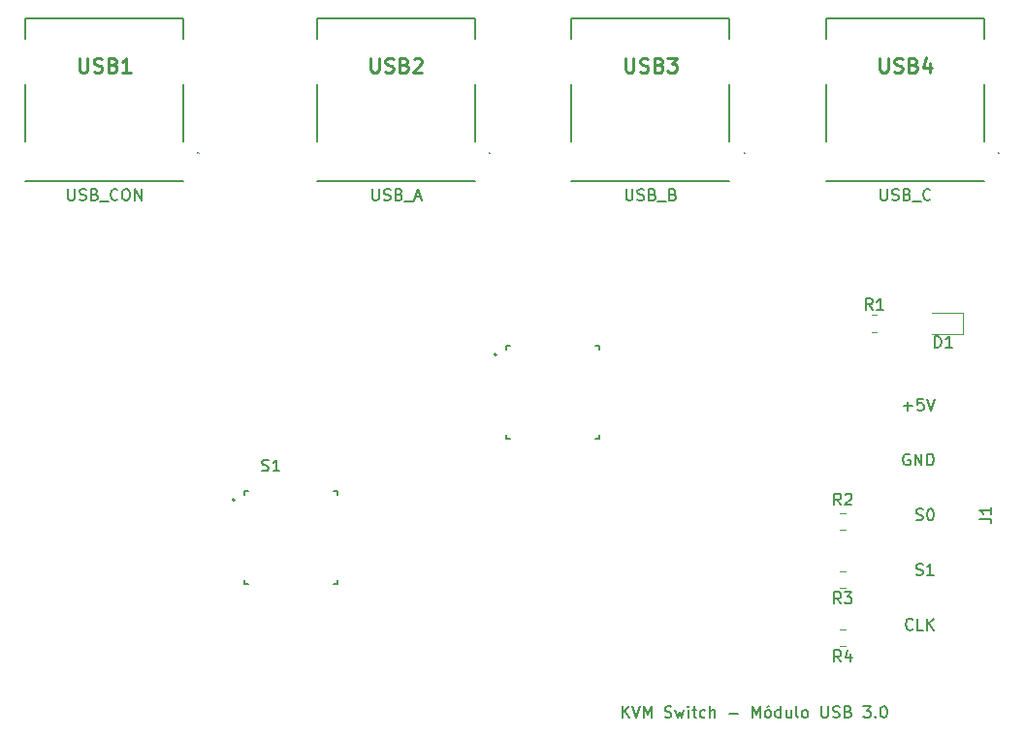
<source format=gbr>
%TF.GenerationSoftware,KiCad,Pcbnew,7.0.2*%
%TF.CreationDate,2023-08-08T23:25:05-03:00*%
%TF.ProjectId,USB Switch,55534220-5377-4697-9463-682e6b696361,rev?*%
%TF.SameCoordinates,Original*%
%TF.FileFunction,Legend,Top*%
%TF.FilePolarity,Positive*%
%FSLAX46Y46*%
G04 Gerber Fmt 4.6, Leading zero omitted, Abs format (unit mm)*
G04 Created by KiCad (PCBNEW 7.0.2) date 2023-08-08 23:25:05*
%MOMM*%
%LPD*%
G01*
G04 APERTURE LIST*
%ADD10C,0.150000*%
%ADD11C,0.254000*%
%ADD12C,0.100000*%
%ADD13C,0.200000*%
%ADD14C,0.120000*%
%ADD15C,0.127000*%
G04 APERTURE END LIST*
D10*
X108095237Y-131462619D02*
X108095237Y-130462619D01*
X108666665Y-131462619D02*
X108238094Y-130891190D01*
X108666665Y-130462619D02*
X108095237Y-131034047D01*
X108952380Y-130462619D02*
X109285713Y-131462619D01*
X109285713Y-131462619D02*
X109619046Y-130462619D01*
X109952380Y-131462619D02*
X109952380Y-130462619D01*
X109952380Y-130462619D02*
X110285713Y-131176904D01*
X110285713Y-131176904D02*
X110619046Y-130462619D01*
X110619046Y-130462619D02*
X110619046Y-131462619D01*
X111809523Y-131415000D02*
X111952380Y-131462619D01*
X111952380Y-131462619D02*
X112190475Y-131462619D01*
X112190475Y-131462619D02*
X112285713Y-131415000D01*
X112285713Y-131415000D02*
X112333332Y-131367380D01*
X112333332Y-131367380D02*
X112380951Y-131272142D01*
X112380951Y-131272142D02*
X112380951Y-131176904D01*
X112380951Y-131176904D02*
X112333332Y-131081666D01*
X112333332Y-131081666D02*
X112285713Y-131034047D01*
X112285713Y-131034047D02*
X112190475Y-130986428D01*
X112190475Y-130986428D02*
X111999999Y-130938809D01*
X111999999Y-130938809D02*
X111904761Y-130891190D01*
X111904761Y-130891190D02*
X111857142Y-130843571D01*
X111857142Y-130843571D02*
X111809523Y-130748333D01*
X111809523Y-130748333D02*
X111809523Y-130653095D01*
X111809523Y-130653095D02*
X111857142Y-130557857D01*
X111857142Y-130557857D02*
X111904761Y-130510238D01*
X111904761Y-130510238D02*
X111999999Y-130462619D01*
X111999999Y-130462619D02*
X112238094Y-130462619D01*
X112238094Y-130462619D02*
X112380951Y-130510238D01*
X112714285Y-130795952D02*
X112904761Y-131462619D01*
X112904761Y-131462619D02*
X113095237Y-130986428D01*
X113095237Y-130986428D02*
X113285713Y-131462619D01*
X113285713Y-131462619D02*
X113476189Y-130795952D01*
X113857142Y-131462619D02*
X113857142Y-130795952D01*
X113857142Y-130462619D02*
X113809523Y-130510238D01*
X113809523Y-130510238D02*
X113857142Y-130557857D01*
X113857142Y-130557857D02*
X113904761Y-130510238D01*
X113904761Y-130510238D02*
X113857142Y-130462619D01*
X113857142Y-130462619D02*
X113857142Y-130557857D01*
X114190475Y-130795952D02*
X114571427Y-130795952D01*
X114333332Y-130462619D02*
X114333332Y-131319761D01*
X114333332Y-131319761D02*
X114380951Y-131415000D01*
X114380951Y-131415000D02*
X114476189Y-131462619D01*
X114476189Y-131462619D02*
X114571427Y-131462619D01*
X115333332Y-131415000D02*
X115238094Y-131462619D01*
X115238094Y-131462619D02*
X115047618Y-131462619D01*
X115047618Y-131462619D02*
X114952380Y-131415000D01*
X114952380Y-131415000D02*
X114904761Y-131367380D01*
X114904761Y-131367380D02*
X114857142Y-131272142D01*
X114857142Y-131272142D02*
X114857142Y-130986428D01*
X114857142Y-130986428D02*
X114904761Y-130891190D01*
X114904761Y-130891190D02*
X114952380Y-130843571D01*
X114952380Y-130843571D02*
X115047618Y-130795952D01*
X115047618Y-130795952D02*
X115238094Y-130795952D01*
X115238094Y-130795952D02*
X115333332Y-130843571D01*
X115761904Y-131462619D02*
X115761904Y-130462619D01*
X116190475Y-131462619D02*
X116190475Y-130938809D01*
X116190475Y-130938809D02*
X116142856Y-130843571D01*
X116142856Y-130843571D02*
X116047618Y-130795952D01*
X116047618Y-130795952D02*
X115904761Y-130795952D01*
X115904761Y-130795952D02*
X115809523Y-130843571D01*
X115809523Y-130843571D02*
X115761904Y-130891190D01*
X117428571Y-131081666D02*
X118190476Y-131081666D01*
X119428571Y-131462619D02*
X119428571Y-130462619D01*
X119428571Y-130462619D02*
X119761904Y-131176904D01*
X119761904Y-131176904D02*
X120095237Y-130462619D01*
X120095237Y-130462619D02*
X120095237Y-131462619D01*
X120714285Y-131462619D02*
X120619047Y-131415000D01*
X120619047Y-131415000D02*
X120571428Y-131367380D01*
X120571428Y-131367380D02*
X120523809Y-131272142D01*
X120523809Y-131272142D02*
X120523809Y-130986428D01*
X120523809Y-130986428D02*
X120571428Y-130891190D01*
X120571428Y-130891190D02*
X120619047Y-130843571D01*
X120619047Y-130843571D02*
X120714285Y-130795952D01*
X120714285Y-130795952D02*
X120857142Y-130795952D01*
X120857142Y-130795952D02*
X120952380Y-130843571D01*
X120952380Y-130843571D02*
X120999999Y-130891190D01*
X120999999Y-130891190D02*
X121047618Y-130986428D01*
X121047618Y-130986428D02*
X121047618Y-131272142D01*
X121047618Y-131272142D02*
X120999999Y-131367380D01*
X120999999Y-131367380D02*
X120952380Y-131415000D01*
X120952380Y-131415000D02*
X120857142Y-131462619D01*
X120857142Y-131462619D02*
X120714285Y-131462619D01*
X120904761Y-130415000D02*
X120761904Y-130557857D01*
X121904761Y-131462619D02*
X121904761Y-130462619D01*
X121904761Y-131415000D02*
X121809523Y-131462619D01*
X121809523Y-131462619D02*
X121619047Y-131462619D01*
X121619047Y-131462619D02*
X121523809Y-131415000D01*
X121523809Y-131415000D02*
X121476190Y-131367380D01*
X121476190Y-131367380D02*
X121428571Y-131272142D01*
X121428571Y-131272142D02*
X121428571Y-130986428D01*
X121428571Y-130986428D02*
X121476190Y-130891190D01*
X121476190Y-130891190D02*
X121523809Y-130843571D01*
X121523809Y-130843571D02*
X121619047Y-130795952D01*
X121619047Y-130795952D02*
X121809523Y-130795952D01*
X121809523Y-130795952D02*
X121904761Y-130843571D01*
X122809523Y-130795952D02*
X122809523Y-131462619D01*
X122380952Y-130795952D02*
X122380952Y-131319761D01*
X122380952Y-131319761D02*
X122428571Y-131415000D01*
X122428571Y-131415000D02*
X122523809Y-131462619D01*
X122523809Y-131462619D02*
X122666666Y-131462619D01*
X122666666Y-131462619D02*
X122761904Y-131415000D01*
X122761904Y-131415000D02*
X122809523Y-131367380D01*
X123428571Y-131462619D02*
X123333333Y-131415000D01*
X123333333Y-131415000D02*
X123285714Y-131319761D01*
X123285714Y-131319761D02*
X123285714Y-130462619D01*
X123952381Y-131462619D02*
X123857143Y-131415000D01*
X123857143Y-131415000D02*
X123809524Y-131367380D01*
X123809524Y-131367380D02*
X123761905Y-131272142D01*
X123761905Y-131272142D02*
X123761905Y-130986428D01*
X123761905Y-130986428D02*
X123809524Y-130891190D01*
X123809524Y-130891190D02*
X123857143Y-130843571D01*
X123857143Y-130843571D02*
X123952381Y-130795952D01*
X123952381Y-130795952D02*
X124095238Y-130795952D01*
X124095238Y-130795952D02*
X124190476Y-130843571D01*
X124190476Y-130843571D02*
X124238095Y-130891190D01*
X124238095Y-130891190D02*
X124285714Y-130986428D01*
X124285714Y-130986428D02*
X124285714Y-131272142D01*
X124285714Y-131272142D02*
X124238095Y-131367380D01*
X124238095Y-131367380D02*
X124190476Y-131415000D01*
X124190476Y-131415000D02*
X124095238Y-131462619D01*
X124095238Y-131462619D02*
X123952381Y-131462619D01*
X125476191Y-130462619D02*
X125476191Y-131272142D01*
X125476191Y-131272142D02*
X125523810Y-131367380D01*
X125523810Y-131367380D02*
X125571429Y-131415000D01*
X125571429Y-131415000D02*
X125666667Y-131462619D01*
X125666667Y-131462619D02*
X125857143Y-131462619D01*
X125857143Y-131462619D02*
X125952381Y-131415000D01*
X125952381Y-131415000D02*
X126000000Y-131367380D01*
X126000000Y-131367380D02*
X126047619Y-131272142D01*
X126047619Y-131272142D02*
X126047619Y-130462619D01*
X126476191Y-131415000D02*
X126619048Y-131462619D01*
X126619048Y-131462619D02*
X126857143Y-131462619D01*
X126857143Y-131462619D02*
X126952381Y-131415000D01*
X126952381Y-131415000D02*
X127000000Y-131367380D01*
X127000000Y-131367380D02*
X127047619Y-131272142D01*
X127047619Y-131272142D02*
X127047619Y-131176904D01*
X127047619Y-131176904D02*
X127000000Y-131081666D01*
X127000000Y-131081666D02*
X126952381Y-131034047D01*
X126952381Y-131034047D02*
X126857143Y-130986428D01*
X126857143Y-130986428D02*
X126666667Y-130938809D01*
X126666667Y-130938809D02*
X126571429Y-130891190D01*
X126571429Y-130891190D02*
X126523810Y-130843571D01*
X126523810Y-130843571D02*
X126476191Y-130748333D01*
X126476191Y-130748333D02*
X126476191Y-130653095D01*
X126476191Y-130653095D02*
X126523810Y-130557857D01*
X126523810Y-130557857D02*
X126571429Y-130510238D01*
X126571429Y-130510238D02*
X126666667Y-130462619D01*
X126666667Y-130462619D02*
X126904762Y-130462619D01*
X126904762Y-130462619D02*
X127047619Y-130510238D01*
X127809524Y-130938809D02*
X127952381Y-130986428D01*
X127952381Y-130986428D02*
X128000000Y-131034047D01*
X128000000Y-131034047D02*
X128047619Y-131129285D01*
X128047619Y-131129285D02*
X128047619Y-131272142D01*
X128047619Y-131272142D02*
X128000000Y-131367380D01*
X128000000Y-131367380D02*
X127952381Y-131415000D01*
X127952381Y-131415000D02*
X127857143Y-131462619D01*
X127857143Y-131462619D02*
X127476191Y-131462619D01*
X127476191Y-131462619D02*
X127476191Y-130462619D01*
X127476191Y-130462619D02*
X127809524Y-130462619D01*
X127809524Y-130462619D02*
X127904762Y-130510238D01*
X127904762Y-130510238D02*
X127952381Y-130557857D01*
X127952381Y-130557857D02*
X128000000Y-130653095D01*
X128000000Y-130653095D02*
X128000000Y-130748333D01*
X128000000Y-130748333D02*
X127952381Y-130843571D01*
X127952381Y-130843571D02*
X127904762Y-130891190D01*
X127904762Y-130891190D02*
X127809524Y-130938809D01*
X127809524Y-130938809D02*
X127476191Y-130938809D01*
X129142858Y-130462619D02*
X129761905Y-130462619D01*
X129761905Y-130462619D02*
X129428572Y-130843571D01*
X129428572Y-130843571D02*
X129571429Y-130843571D01*
X129571429Y-130843571D02*
X129666667Y-130891190D01*
X129666667Y-130891190D02*
X129714286Y-130938809D01*
X129714286Y-130938809D02*
X129761905Y-131034047D01*
X129761905Y-131034047D02*
X129761905Y-131272142D01*
X129761905Y-131272142D02*
X129714286Y-131367380D01*
X129714286Y-131367380D02*
X129666667Y-131415000D01*
X129666667Y-131415000D02*
X129571429Y-131462619D01*
X129571429Y-131462619D02*
X129285715Y-131462619D01*
X129285715Y-131462619D02*
X129190477Y-131415000D01*
X129190477Y-131415000D02*
X129142858Y-131367380D01*
X130190477Y-131367380D02*
X130238096Y-131415000D01*
X130238096Y-131415000D02*
X130190477Y-131462619D01*
X130190477Y-131462619D02*
X130142858Y-131415000D01*
X130142858Y-131415000D02*
X130190477Y-131367380D01*
X130190477Y-131367380D02*
X130190477Y-131462619D01*
X130857143Y-130462619D02*
X130952381Y-130462619D01*
X130952381Y-130462619D02*
X131047619Y-130510238D01*
X131047619Y-130510238D02*
X131095238Y-130557857D01*
X131095238Y-130557857D02*
X131142857Y-130653095D01*
X131142857Y-130653095D02*
X131190476Y-130843571D01*
X131190476Y-130843571D02*
X131190476Y-131081666D01*
X131190476Y-131081666D02*
X131142857Y-131272142D01*
X131142857Y-131272142D02*
X131095238Y-131367380D01*
X131095238Y-131367380D02*
X131047619Y-131415000D01*
X131047619Y-131415000D02*
X130952381Y-131462619D01*
X130952381Y-131462619D02*
X130857143Y-131462619D01*
X130857143Y-131462619D02*
X130761905Y-131415000D01*
X130761905Y-131415000D02*
X130714286Y-131367380D01*
X130714286Y-131367380D02*
X130666667Y-131272142D01*
X130666667Y-131272142D02*
X130619048Y-131081666D01*
X130619048Y-131081666D02*
X130619048Y-130843571D01*
X130619048Y-130843571D02*
X130666667Y-130653095D01*
X130666667Y-130653095D02*
X130714286Y-130557857D01*
X130714286Y-130557857D02*
X130761905Y-130510238D01*
X130761905Y-130510238D02*
X130857143Y-130462619D01*
X133460118Y-123707380D02*
X133412499Y-123755000D01*
X133412499Y-123755000D02*
X133269642Y-123802619D01*
X133269642Y-123802619D02*
X133174404Y-123802619D01*
X133174404Y-123802619D02*
X133031547Y-123755000D01*
X133031547Y-123755000D02*
X132936309Y-123659761D01*
X132936309Y-123659761D02*
X132888690Y-123564523D01*
X132888690Y-123564523D02*
X132841071Y-123374047D01*
X132841071Y-123374047D02*
X132841071Y-123231190D01*
X132841071Y-123231190D02*
X132888690Y-123040714D01*
X132888690Y-123040714D02*
X132936309Y-122945476D01*
X132936309Y-122945476D02*
X133031547Y-122850238D01*
X133031547Y-122850238D02*
X133174404Y-122802619D01*
X133174404Y-122802619D02*
X133269642Y-122802619D01*
X133269642Y-122802619D02*
X133412499Y-122850238D01*
X133412499Y-122850238D02*
X133460118Y-122897857D01*
X134364880Y-123802619D02*
X133888690Y-123802619D01*
X133888690Y-123802619D02*
X133888690Y-122802619D01*
X134698214Y-123802619D02*
X134698214Y-122802619D01*
X135269642Y-123802619D02*
X134841071Y-123231190D01*
X135269642Y-122802619D02*
X134698214Y-123374047D01*
X133174404Y-108450238D02*
X133079166Y-108402619D01*
X133079166Y-108402619D02*
X132936309Y-108402619D01*
X132936309Y-108402619D02*
X132793452Y-108450238D01*
X132793452Y-108450238D02*
X132698214Y-108545476D01*
X132698214Y-108545476D02*
X132650595Y-108640714D01*
X132650595Y-108640714D02*
X132602976Y-108831190D01*
X132602976Y-108831190D02*
X132602976Y-108974047D01*
X132602976Y-108974047D02*
X132650595Y-109164523D01*
X132650595Y-109164523D02*
X132698214Y-109259761D01*
X132698214Y-109259761D02*
X132793452Y-109355000D01*
X132793452Y-109355000D02*
X132936309Y-109402619D01*
X132936309Y-109402619D02*
X133031547Y-109402619D01*
X133031547Y-109402619D02*
X133174404Y-109355000D01*
X133174404Y-109355000D02*
X133222023Y-109307380D01*
X133222023Y-109307380D02*
X133222023Y-108974047D01*
X133222023Y-108974047D02*
X133031547Y-108974047D01*
X133650595Y-109402619D02*
X133650595Y-108402619D01*
X133650595Y-108402619D02*
X134222023Y-109402619D01*
X134222023Y-109402619D02*
X134222023Y-108402619D01*
X134698214Y-109402619D02*
X134698214Y-108402619D01*
X134698214Y-108402619D02*
X134936309Y-108402619D01*
X134936309Y-108402619D02*
X135079166Y-108450238D01*
X135079166Y-108450238D02*
X135174404Y-108545476D01*
X135174404Y-108545476D02*
X135222023Y-108640714D01*
X135222023Y-108640714D02*
X135269642Y-108831190D01*
X135269642Y-108831190D02*
X135269642Y-108974047D01*
X135269642Y-108974047D02*
X135222023Y-109164523D01*
X135222023Y-109164523D02*
X135174404Y-109259761D01*
X135174404Y-109259761D02*
X135079166Y-109355000D01*
X135079166Y-109355000D02*
X134936309Y-109402619D01*
X134936309Y-109402619D02*
X134698214Y-109402619D01*
X133745833Y-114155000D02*
X133888690Y-114202619D01*
X133888690Y-114202619D02*
X134126785Y-114202619D01*
X134126785Y-114202619D02*
X134222023Y-114155000D01*
X134222023Y-114155000D02*
X134269642Y-114107380D01*
X134269642Y-114107380D02*
X134317261Y-114012142D01*
X134317261Y-114012142D02*
X134317261Y-113916904D01*
X134317261Y-113916904D02*
X134269642Y-113821666D01*
X134269642Y-113821666D02*
X134222023Y-113774047D01*
X134222023Y-113774047D02*
X134126785Y-113726428D01*
X134126785Y-113726428D02*
X133936309Y-113678809D01*
X133936309Y-113678809D02*
X133841071Y-113631190D01*
X133841071Y-113631190D02*
X133793452Y-113583571D01*
X133793452Y-113583571D02*
X133745833Y-113488333D01*
X133745833Y-113488333D02*
X133745833Y-113393095D01*
X133745833Y-113393095D02*
X133793452Y-113297857D01*
X133793452Y-113297857D02*
X133841071Y-113250238D01*
X133841071Y-113250238D02*
X133936309Y-113202619D01*
X133936309Y-113202619D02*
X134174404Y-113202619D01*
X134174404Y-113202619D02*
X134317261Y-113250238D01*
X134936309Y-113202619D02*
X135031547Y-113202619D01*
X135031547Y-113202619D02*
X135126785Y-113250238D01*
X135126785Y-113250238D02*
X135174404Y-113297857D01*
X135174404Y-113297857D02*
X135222023Y-113393095D01*
X135222023Y-113393095D02*
X135269642Y-113583571D01*
X135269642Y-113583571D02*
X135269642Y-113821666D01*
X135269642Y-113821666D02*
X135222023Y-114012142D01*
X135222023Y-114012142D02*
X135174404Y-114107380D01*
X135174404Y-114107380D02*
X135126785Y-114155000D01*
X135126785Y-114155000D02*
X135031547Y-114202619D01*
X135031547Y-114202619D02*
X134936309Y-114202619D01*
X134936309Y-114202619D02*
X134841071Y-114155000D01*
X134841071Y-114155000D02*
X134793452Y-114107380D01*
X134793452Y-114107380D02*
X134745833Y-114012142D01*
X134745833Y-114012142D02*
X134698214Y-113821666D01*
X134698214Y-113821666D02*
X134698214Y-113583571D01*
X134698214Y-113583571D02*
X134745833Y-113393095D01*
X134745833Y-113393095D02*
X134793452Y-113297857D01*
X134793452Y-113297857D02*
X134841071Y-113250238D01*
X134841071Y-113250238D02*
X134936309Y-113202619D01*
X59690611Y-85237619D02*
X59690611Y-86047142D01*
X59690611Y-86047142D02*
X59738230Y-86142380D01*
X59738230Y-86142380D02*
X59785849Y-86190000D01*
X59785849Y-86190000D02*
X59881087Y-86237619D01*
X59881087Y-86237619D02*
X60071563Y-86237619D01*
X60071563Y-86237619D02*
X60166801Y-86190000D01*
X60166801Y-86190000D02*
X60214420Y-86142380D01*
X60214420Y-86142380D02*
X60262039Y-86047142D01*
X60262039Y-86047142D02*
X60262039Y-85237619D01*
X60690611Y-86190000D02*
X60833468Y-86237619D01*
X60833468Y-86237619D02*
X61071563Y-86237619D01*
X61071563Y-86237619D02*
X61166801Y-86190000D01*
X61166801Y-86190000D02*
X61214420Y-86142380D01*
X61214420Y-86142380D02*
X61262039Y-86047142D01*
X61262039Y-86047142D02*
X61262039Y-85951904D01*
X61262039Y-85951904D02*
X61214420Y-85856666D01*
X61214420Y-85856666D02*
X61166801Y-85809047D01*
X61166801Y-85809047D02*
X61071563Y-85761428D01*
X61071563Y-85761428D02*
X60881087Y-85713809D01*
X60881087Y-85713809D02*
X60785849Y-85666190D01*
X60785849Y-85666190D02*
X60738230Y-85618571D01*
X60738230Y-85618571D02*
X60690611Y-85523333D01*
X60690611Y-85523333D02*
X60690611Y-85428095D01*
X60690611Y-85428095D02*
X60738230Y-85332857D01*
X60738230Y-85332857D02*
X60785849Y-85285238D01*
X60785849Y-85285238D02*
X60881087Y-85237619D01*
X60881087Y-85237619D02*
X61119182Y-85237619D01*
X61119182Y-85237619D02*
X61262039Y-85285238D01*
X62023944Y-85713809D02*
X62166801Y-85761428D01*
X62166801Y-85761428D02*
X62214420Y-85809047D01*
X62214420Y-85809047D02*
X62262039Y-85904285D01*
X62262039Y-85904285D02*
X62262039Y-86047142D01*
X62262039Y-86047142D02*
X62214420Y-86142380D01*
X62214420Y-86142380D02*
X62166801Y-86190000D01*
X62166801Y-86190000D02*
X62071563Y-86237619D01*
X62071563Y-86237619D02*
X61690611Y-86237619D01*
X61690611Y-86237619D02*
X61690611Y-85237619D01*
X61690611Y-85237619D02*
X62023944Y-85237619D01*
X62023944Y-85237619D02*
X62119182Y-85285238D01*
X62119182Y-85285238D02*
X62166801Y-85332857D01*
X62166801Y-85332857D02*
X62214420Y-85428095D01*
X62214420Y-85428095D02*
X62214420Y-85523333D01*
X62214420Y-85523333D02*
X62166801Y-85618571D01*
X62166801Y-85618571D02*
X62119182Y-85666190D01*
X62119182Y-85666190D02*
X62023944Y-85713809D01*
X62023944Y-85713809D02*
X61690611Y-85713809D01*
X62452516Y-86332857D02*
X63214420Y-86332857D01*
X64023944Y-86142380D02*
X63976325Y-86190000D01*
X63976325Y-86190000D02*
X63833468Y-86237619D01*
X63833468Y-86237619D02*
X63738230Y-86237619D01*
X63738230Y-86237619D02*
X63595373Y-86190000D01*
X63595373Y-86190000D02*
X63500135Y-86094761D01*
X63500135Y-86094761D02*
X63452516Y-85999523D01*
X63452516Y-85999523D02*
X63404897Y-85809047D01*
X63404897Y-85809047D02*
X63404897Y-85666190D01*
X63404897Y-85666190D02*
X63452516Y-85475714D01*
X63452516Y-85475714D02*
X63500135Y-85380476D01*
X63500135Y-85380476D02*
X63595373Y-85285238D01*
X63595373Y-85285238D02*
X63738230Y-85237619D01*
X63738230Y-85237619D02*
X63833468Y-85237619D01*
X63833468Y-85237619D02*
X63976325Y-85285238D01*
X63976325Y-85285238D02*
X64023944Y-85332857D01*
X64642992Y-85237619D02*
X64833468Y-85237619D01*
X64833468Y-85237619D02*
X64928706Y-85285238D01*
X64928706Y-85285238D02*
X65023944Y-85380476D01*
X65023944Y-85380476D02*
X65071563Y-85570952D01*
X65071563Y-85570952D02*
X65071563Y-85904285D01*
X65071563Y-85904285D02*
X65023944Y-86094761D01*
X65023944Y-86094761D02*
X64928706Y-86190000D01*
X64928706Y-86190000D02*
X64833468Y-86237619D01*
X64833468Y-86237619D02*
X64642992Y-86237619D01*
X64642992Y-86237619D02*
X64547754Y-86190000D01*
X64547754Y-86190000D02*
X64452516Y-86094761D01*
X64452516Y-86094761D02*
X64404897Y-85904285D01*
X64404897Y-85904285D02*
X64404897Y-85570952D01*
X64404897Y-85570952D02*
X64452516Y-85380476D01*
X64452516Y-85380476D02*
X64547754Y-85285238D01*
X64547754Y-85285238D02*
X64642992Y-85237619D01*
X65500135Y-86237619D02*
X65500135Y-85237619D01*
X65500135Y-85237619D02*
X66071563Y-86237619D01*
X66071563Y-86237619D02*
X66071563Y-85237619D01*
X133745833Y-118955000D02*
X133888690Y-119002619D01*
X133888690Y-119002619D02*
X134126785Y-119002619D01*
X134126785Y-119002619D02*
X134222023Y-118955000D01*
X134222023Y-118955000D02*
X134269642Y-118907380D01*
X134269642Y-118907380D02*
X134317261Y-118812142D01*
X134317261Y-118812142D02*
X134317261Y-118716904D01*
X134317261Y-118716904D02*
X134269642Y-118621666D01*
X134269642Y-118621666D02*
X134222023Y-118574047D01*
X134222023Y-118574047D02*
X134126785Y-118526428D01*
X134126785Y-118526428D02*
X133936309Y-118478809D01*
X133936309Y-118478809D02*
X133841071Y-118431190D01*
X133841071Y-118431190D02*
X133793452Y-118383571D01*
X133793452Y-118383571D02*
X133745833Y-118288333D01*
X133745833Y-118288333D02*
X133745833Y-118193095D01*
X133745833Y-118193095D02*
X133793452Y-118097857D01*
X133793452Y-118097857D02*
X133841071Y-118050238D01*
X133841071Y-118050238D02*
X133936309Y-118002619D01*
X133936309Y-118002619D02*
X134174404Y-118002619D01*
X134174404Y-118002619D02*
X134317261Y-118050238D01*
X135269642Y-119002619D02*
X134698214Y-119002619D01*
X134983928Y-119002619D02*
X134983928Y-118002619D01*
X134983928Y-118002619D02*
X134888690Y-118145476D01*
X134888690Y-118145476D02*
X134793452Y-118240714D01*
X134793452Y-118240714D02*
X134698214Y-118288333D01*
X108413230Y-85237619D02*
X108413230Y-86047142D01*
X108413230Y-86047142D02*
X108460849Y-86142380D01*
X108460849Y-86142380D02*
X108508468Y-86190000D01*
X108508468Y-86190000D02*
X108603706Y-86237619D01*
X108603706Y-86237619D02*
X108794182Y-86237619D01*
X108794182Y-86237619D02*
X108889420Y-86190000D01*
X108889420Y-86190000D02*
X108937039Y-86142380D01*
X108937039Y-86142380D02*
X108984658Y-86047142D01*
X108984658Y-86047142D02*
X108984658Y-85237619D01*
X109413230Y-86190000D02*
X109556087Y-86237619D01*
X109556087Y-86237619D02*
X109794182Y-86237619D01*
X109794182Y-86237619D02*
X109889420Y-86190000D01*
X109889420Y-86190000D02*
X109937039Y-86142380D01*
X109937039Y-86142380D02*
X109984658Y-86047142D01*
X109984658Y-86047142D02*
X109984658Y-85951904D01*
X109984658Y-85951904D02*
X109937039Y-85856666D01*
X109937039Y-85856666D02*
X109889420Y-85809047D01*
X109889420Y-85809047D02*
X109794182Y-85761428D01*
X109794182Y-85761428D02*
X109603706Y-85713809D01*
X109603706Y-85713809D02*
X109508468Y-85666190D01*
X109508468Y-85666190D02*
X109460849Y-85618571D01*
X109460849Y-85618571D02*
X109413230Y-85523333D01*
X109413230Y-85523333D02*
X109413230Y-85428095D01*
X109413230Y-85428095D02*
X109460849Y-85332857D01*
X109460849Y-85332857D02*
X109508468Y-85285238D01*
X109508468Y-85285238D02*
X109603706Y-85237619D01*
X109603706Y-85237619D02*
X109841801Y-85237619D01*
X109841801Y-85237619D02*
X109984658Y-85285238D01*
X110746563Y-85713809D02*
X110889420Y-85761428D01*
X110889420Y-85761428D02*
X110937039Y-85809047D01*
X110937039Y-85809047D02*
X110984658Y-85904285D01*
X110984658Y-85904285D02*
X110984658Y-86047142D01*
X110984658Y-86047142D02*
X110937039Y-86142380D01*
X110937039Y-86142380D02*
X110889420Y-86190000D01*
X110889420Y-86190000D02*
X110794182Y-86237619D01*
X110794182Y-86237619D02*
X110413230Y-86237619D01*
X110413230Y-86237619D02*
X110413230Y-85237619D01*
X110413230Y-85237619D02*
X110746563Y-85237619D01*
X110746563Y-85237619D02*
X110841801Y-85285238D01*
X110841801Y-85285238D02*
X110889420Y-85332857D01*
X110889420Y-85332857D02*
X110937039Y-85428095D01*
X110937039Y-85428095D02*
X110937039Y-85523333D01*
X110937039Y-85523333D02*
X110889420Y-85618571D01*
X110889420Y-85618571D02*
X110841801Y-85666190D01*
X110841801Y-85666190D02*
X110746563Y-85713809D01*
X110746563Y-85713809D02*
X110413230Y-85713809D01*
X111175135Y-86332857D02*
X111937039Y-86332857D01*
X112508468Y-85713809D02*
X112651325Y-85761428D01*
X112651325Y-85761428D02*
X112698944Y-85809047D01*
X112698944Y-85809047D02*
X112746563Y-85904285D01*
X112746563Y-85904285D02*
X112746563Y-86047142D01*
X112746563Y-86047142D02*
X112698944Y-86142380D01*
X112698944Y-86142380D02*
X112651325Y-86190000D01*
X112651325Y-86190000D02*
X112556087Y-86237619D01*
X112556087Y-86237619D02*
X112175135Y-86237619D01*
X112175135Y-86237619D02*
X112175135Y-85237619D01*
X112175135Y-85237619D02*
X112508468Y-85237619D01*
X112508468Y-85237619D02*
X112603706Y-85285238D01*
X112603706Y-85285238D02*
X112651325Y-85332857D01*
X112651325Y-85332857D02*
X112698944Y-85428095D01*
X112698944Y-85428095D02*
X112698944Y-85523333D01*
X112698944Y-85523333D02*
X112651325Y-85618571D01*
X112651325Y-85618571D02*
X112603706Y-85666190D01*
X112603706Y-85666190D02*
X112508468Y-85713809D01*
X112508468Y-85713809D02*
X112175135Y-85713809D01*
X130638230Y-85237619D02*
X130638230Y-86047142D01*
X130638230Y-86047142D02*
X130685849Y-86142380D01*
X130685849Y-86142380D02*
X130733468Y-86190000D01*
X130733468Y-86190000D02*
X130828706Y-86237619D01*
X130828706Y-86237619D02*
X131019182Y-86237619D01*
X131019182Y-86237619D02*
X131114420Y-86190000D01*
X131114420Y-86190000D02*
X131162039Y-86142380D01*
X131162039Y-86142380D02*
X131209658Y-86047142D01*
X131209658Y-86047142D02*
X131209658Y-85237619D01*
X131638230Y-86190000D02*
X131781087Y-86237619D01*
X131781087Y-86237619D02*
X132019182Y-86237619D01*
X132019182Y-86237619D02*
X132114420Y-86190000D01*
X132114420Y-86190000D02*
X132162039Y-86142380D01*
X132162039Y-86142380D02*
X132209658Y-86047142D01*
X132209658Y-86047142D02*
X132209658Y-85951904D01*
X132209658Y-85951904D02*
X132162039Y-85856666D01*
X132162039Y-85856666D02*
X132114420Y-85809047D01*
X132114420Y-85809047D02*
X132019182Y-85761428D01*
X132019182Y-85761428D02*
X131828706Y-85713809D01*
X131828706Y-85713809D02*
X131733468Y-85666190D01*
X131733468Y-85666190D02*
X131685849Y-85618571D01*
X131685849Y-85618571D02*
X131638230Y-85523333D01*
X131638230Y-85523333D02*
X131638230Y-85428095D01*
X131638230Y-85428095D02*
X131685849Y-85332857D01*
X131685849Y-85332857D02*
X131733468Y-85285238D01*
X131733468Y-85285238D02*
X131828706Y-85237619D01*
X131828706Y-85237619D02*
X132066801Y-85237619D01*
X132066801Y-85237619D02*
X132209658Y-85285238D01*
X132971563Y-85713809D02*
X133114420Y-85761428D01*
X133114420Y-85761428D02*
X133162039Y-85809047D01*
X133162039Y-85809047D02*
X133209658Y-85904285D01*
X133209658Y-85904285D02*
X133209658Y-86047142D01*
X133209658Y-86047142D02*
X133162039Y-86142380D01*
X133162039Y-86142380D02*
X133114420Y-86190000D01*
X133114420Y-86190000D02*
X133019182Y-86237619D01*
X133019182Y-86237619D02*
X132638230Y-86237619D01*
X132638230Y-86237619D02*
X132638230Y-85237619D01*
X132638230Y-85237619D02*
X132971563Y-85237619D01*
X132971563Y-85237619D02*
X133066801Y-85285238D01*
X133066801Y-85285238D02*
X133114420Y-85332857D01*
X133114420Y-85332857D02*
X133162039Y-85428095D01*
X133162039Y-85428095D02*
X133162039Y-85523333D01*
X133162039Y-85523333D02*
X133114420Y-85618571D01*
X133114420Y-85618571D02*
X133066801Y-85666190D01*
X133066801Y-85666190D02*
X132971563Y-85713809D01*
X132971563Y-85713809D02*
X132638230Y-85713809D01*
X133400135Y-86332857D02*
X134162039Y-86332857D01*
X134971563Y-86142380D02*
X134923944Y-86190000D01*
X134923944Y-86190000D02*
X134781087Y-86237619D01*
X134781087Y-86237619D02*
X134685849Y-86237619D01*
X134685849Y-86237619D02*
X134542992Y-86190000D01*
X134542992Y-86190000D02*
X134447754Y-86094761D01*
X134447754Y-86094761D02*
X134400135Y-85999523D01*
X134400135Y-85999523D02*
X134352516Y-85809047D01*
X134352516Y-85809047D02*
X134352516Y-85666190D01*
X134352516Y-85666190D02*
X134400135Y-85475714D01*
X134400135Y-85475714D02*
X134447754Y-85380476D01*
X134447754Y-85380476D02*
X134542992Y-85285238D01*
X134542992Y-85285238D02*
X134685849Y-85237619D01*
X134685849Y-85237619D02*
X134781087Y-85237619D01*
X134781087Y-85237619D02*
X134923944Y-85285238D01*
X134923944Y-85285238D02*
X134971563Y-85332857D01*
X86259658Y-85237619D02*
X86259658Y-86047142D01*
X86259658Y-86047142D02*
X86307277Y-86142380D01*
X86307277Y-86142380D02*
X86354896Y-86190000D01*
X86354896Y-86190000D02*
X86450134Y-86237619D01*
X86450134Y-86237619D02*
X86640610Y-86237619D01*
X86640610Y-86237619D02*
X86735848Y-86190000D01*
X86735848Y-86190000D02*
X86783467Y-86142380D01*
X86783467Y-86142380D02*
X86831086Y-86047142D01*
X86831086Y-86047142D02*
X86831086Y-85237619D01*
X87259658Y-86190000D02*
X87402515Y-86237619D01*
X87402515Y-86237619D02*
X87640610Y-86237619D01*
X87640610Y-86237619D02*
X87735848Y-86190000D01*
X87735848Y-86190000D02*
X87783467Y-86142380D01*
X87783467Y-86142380D02*
X87831086Y-86047142D01*
X87831086Y-86047142D02*
X87831086Y-85951904D01*
X87831086Y-85951904D02*
X87783467Y-85856666D01*
X87783467Y-85856666D02*
X87735848Y-85809047D01*
X87735848Y-85809047D02*
X87640610Y-85761428D01*
X87640610Y-85761428D02*
X87450134Y-85713809D01*
X87450134Y-85713809D02*
X87354896Y-85666190D01*
X87354896Y-85666190D02*
X87307277Y-85618571D01*
X87307277Y-85618571D02*
X87259658Y-85523333D01*
X87259658Y-85523333D02*
X87259658Y-85428095D01*
X87259658Y-85428095D02*
X87307277Y-85332857D01*
X87307277Y-85332857D02*
X87354896Y-85285238D01*
X87354896Y-85285238D02*
X87450134Y-85237619D01*
X87450134Y-85237619D02*
X87688229Y-85237619D01*
X87688229Y-85237619D02*
X87831086Y-85285238D01*
X88592991Y-85713809D02*
X88735848Y-85761428D01*
X88735848Y-85761428D02*
X88783467Y-85809047D01*
X88783467Y-85809047D02*
X88831086Y-85904285D01*
X88831086Y-85904285D02*
X88831086Y-86047142D01*
X88831086Y-86047142D02*
X88783467Y-86142380D01*
X88783467Y-86142380D02*
X88735848Y-86190000D01*
X88735848Y-86190000D02*
X88640610Y-86237619D01*
X88640610Y-86237619D02*
X88259658Y-86237619D01*
X88259658Y-86237619D02*
X88259658Y-85237619D01*
X88259658Y-85237619D02*
X88592991Y-85237619D01*
X88592991Y-85237619D02*
X88688229Y-85285238D01*
X88688229Y-85285238D02*
X88735848Y-85332857D01*
X88735848Y-85332857D02*
X88783467Y-85428095D01*
X88783467Y-85428095D02*
X88783467Y-85523333D01*
X88783467Y-85523333D02*
X88735848Y-85618571D01*
X88735848Y-85618571D02*
X88688229Y-85666190D01*
X88688229Y-85666190D02*
X88592991Y-85713809D01*
X88592991Y-85713809D02*
X88259658Y-85713809D01*
X89021563Y-86332857D02*
X89783467Y-86332857D01*
X89973944Y-85951904D02*
X90450134Y-85951904D01*
X89878706Y-86237619D02*
X90212039Y-85237619D01*
X90212039Y-85237619D02*
X90545372Y-86237619D01*
X132650595Y-104221666D02*
X133412500Y-104221666D01*
X133031547Y-104602619D02*
X133031547Y-103840714D01*
X134364880Y-103602619D02*
X133888690Y-103602619D01*
X133888690Y-103602619D02*
X133841071Y-104078809D01*
X133841071Y-104078809D02*
X133888690Y-104031190D01*
X133888690Y-104031190D02*
X133983928Y-103983571D01*
X133983928Y-103983571D02*
X134222023Y-103983571D01*
X134222023Y-103983571D02*
X134317261Y-104031190D01*
X134317261Y-104031190D02*
X134364880Y-104078809D01*
X134364880Y-104078809D02*
X134412499Y-104174047D01*
X134412499Y-104174047D02*
X134412499Y-104412142D01*
X134412499Y-104412142D02*
X134364880Y-104507380D01*
X134364880Y-104507380D02*
X134317261Y-104555000D01*
X134317261Y-104555000D02*
X134222023Y-104602619D01*
X134222023Y-104602619D02*
X133983928Y-104602619D01*
X133983928Y-104602619D02*
X133888690Y-104555000D01*
X133888690Y-104555000D02*
X133841071Y-104507380D01*
X134698214Y-103602619D02*
X135031547Y-104602619D01*
X135031547Y-104602619D02*
X135364880Y-103602619D01*
D11*
%TO.C,USB1*%
X60673705Y-73792526D02*
X60673705Y-74820621D01*
X60673705Y-74820621D02*
X60734182Y-74941573D01*
X60734182Y-74941573D02*
X60794658Y-75002050D01*
X60794658Y-75002050D02*
X60915610Y-75062526D01*
X60915610Y-75062526D02*
X61157515Y-75062526D01*
X61157515Y-75062526D02*
X61278467Y-75002050D01*
X61278467Y-75002050D02*
X61338944Y-74941573D01*
X61338944Y-74941573D02*
X61399420Y-74820621D01*
X61399420Y-74820621D02*
X61399420Y-73792526D01*
X61943705Y-75002050D02*
X62125134Y-75062526D01*
X62125134Y-75062526D02*
X62427515Y-75062526D01*
X62427515Y-75062526D02*
X62548467Y-75002050D01*
X62548467Y-75002050D02*
X62608943Y-74941573D01*
X62608943Y-74941573D02*
X62669420Y-74820621D01*
X62669420Y-74820621D02*
X62669420Y-74699669D01*
X62669420Y-74699669D02*
X62608943Y-74578716D01*
X62608943Y-74578716D02*
X62548467Y-74518240D01*
X62548467Y-74518240D02*
X62427515Y-74457764D01*
X62427515Y-74457764D02*
X62185610Y-74397288D01*
X62185610Y-74397288D02*
X62064658Y-74336811D01*
X62064658Y-74336811D02*
X62004181Y-74276335D01*
X62004181Y-74276335D02*
X61943705Y-74155383D01*
X61943705Y-74155383D02*
X61943705Y-74034430D01*
X61943705Y-74034430D02*
X62004181Y-73913478D01*
X62004181Y-73913478D02*
X62064658Y-73853002D01*
X62064658Y-73853002D02*
X62185610Y-73792526D01*
X62185610Y-73792526D02*
X62487991Y-73792526D01*
X62487991Y-73792526D02*
X62669420Y-73853002D01*
X63637039Y-74397288D02*
X63818467Y-74457764D01*
X63818467Y-74457764D02*
X63878944Y-74518240D01*
X63878944Y-74518240D02*
X63939420Y-74639192D01*
X63939420Y-74639192D02*
X63939420Y-74820621D01*
X63939420Y-74820621D02*
X63878944Y-74941573D01*
X63878944Y-74941573D02*
X63818467Y-75002050D01*
X63818467Y-75002050D02*
X63697515Y-75062526D01*
X63697515Y-75062526D02*
X63213705Y-75062526D01*
X63213705Y-75062526D02*
X63213705Y-73792526D01*
X63213705Y-73792526D02*
X63637039Y-73792526D01*
X63637039Y-73792526D02*
X63757991Y-73853002D01*
X63757991Y-73853002D02*
X63818467Y-73913478D01*
X63818467Y-73913478D02*
X63878944Y-74034430D01*
X63878944Y-74034430D02*
X63878944Y-74155383D01*
X63878944Y-74155383D02*
X63818467Y-74276335D01*
X63818467Y-74276335D02*
X63757991Y-74336811D01*
X63757991Y-74336811D02*
X63637039Y-74397288D01*
X63637039Y-74397288D02*
X63213705Y-74397288D01*
X65148944Y-75062526D02*
X64423229Y-75062526D01*
X64786086Y-75062526D02*
X64786086Y-73792526D01*
X64786086Y-73792526D02*
X64665134Y-73973954D01*
X64665134Y-73973954D02*
X64544182Y-74094907D01*
X64544182Y-74094907D02*
X64423229Y-74155383D01*
D10*
%TO.C,R3*%
X127165833Y-121492619D02*
X126832500Y-121016428D01*
X126594405Y-121492619D02*
X126594405Y-120492619D01*
X126594405Y-120492619D02*
X126975357Y-120492619D01*
X126975357Y-120492619D02*
X127070595Y-120540238D01*
X127070595Y-120540238D02*
X127118214Y-120587857D01*
X127118214Y-120587857D02*
X127165833Y-120683095D01*
X127165833Y-120683095D02*
X127165833Y-120825952D01*
X127165833Y-120825952D02*
X127118214Y-120921190D01*
X127118214Y-120921190D02*
X127070595Y-120968809D01*
X127070595Y-120968809D02*
X126975357Y-121016428D01*
X126975357Y-121016428D02*
X126594405Y-121016428D01*
X127499167Y-120492619D02*
X128118214Y-120492619D01*
X128118214Y-120492619D02*
X127784881Y-120873571D01*
X127784881Y-120873571D02*
X127927738Y-120873571D01*
X127927738Y-120873571D02*
X128022976Y-120921190D01*
X128022976Y-120921190D02*
X128070595Y-120968809D01*
X128070595Y-120968809D02*
X128118214Y-121064047D01*
X128118214Y-121064047D02*
X128118214Y-121302142D01*
X128118214Y-121302142D02*
X128070595Y-121397380D01*
X128070595Y-121397380D02*
X128022976Y-121445000D01*
X128022976Y-121445000D02*
X127927738Y-121492619D01*
X127927738Y-121492619D02*
X127642024Y-121492619D01*
X127642024Y-121492619D02*
X127546786Y-121445000D01*
X127546786Y-121445000D02*
X127499167Y-121397380D01*
D11*
%TO.C,USB4*%
X130573705Y-73792526D02*
X130573705Y-74820621D01*
X130573705Y-74820621D02*
X130634182Y-74941573D01*
X130634182Y-74941573D02*
X130694658Y-75002050D01*
X130694658Y-75002050D02*
X130815610Y-75062526D01*
X130815610Y-75062526D02*
X131057515Y-75062526D01*
X131057515Y-75062526D02*
X131178467Y-75002050D01*
X131178467Y-75002050D02*
X131238944Y-74941573D01*
X131238944Y-74941573D02*
X131299420Y-74820621D01*
X131299420Y-74820621D02*
X131299420Y-73792526D01*
X131843705Y-75002050D02*
X132025134Y-75062526D01*
X132025134Y-75062526D02*
X132327515Y-75062526D01*
X132327515Y-75062526D02*
X132448467Y-75002050D01*
X132448467Y-75002050D02*
X132508943Y-74941573D01*
X132508943Y-74941573D02*
X132569420Y-74820621D01*
X132569420Y-74820621D02*
X132569420Y-74699669D01*
X132569420Y-74699669D02*
X132508943Y-74578716D01*
X132508943Y-74578716D02*
X132448467Y-74518240D01*
X132448467Y-74518240D02*
X132327515Y-74457764D01*
X132327515Y-74457764D02*
X132085610Y-74397288D01*
X132085610Y-74397288D02*
X131964658Y-74336811D01*
X131964658Y-74336811D02*
X131904181Y-74276335D01*
X131904181Y-74276335D02*
X131843705Y-74155383D01*
X131843705Y-74155383D02*
X131843705Y-74034430D01*
X131843705Y-74034430D02*
X131904181Y-73913478D01*
X131904181Y-73913478D02*
X131964658Y-73853002D01*
X131964658Y-73853002D02*
X132085610Y-73792526D01*
X132085610Y-73792526D02*
X132387991Y-73792526D01*
X132387991Y-73792526D02*
X132569420Y-73853002D01*
X133537039Y-74397288D02*
X133718467Y-74457764D01*
X133718467Y-74457764D02*
X133778944Y-74518240D01*
X133778944Y-74518240D02*
X133839420Y-74639192D01*
X133839420Y-74639192D02*
X133839420Y-74820621D01*
X133839420Y-74820621D02*
X133778944Y-74941573D01*
X133778944Y-74941573D02*
X133718467Y-75002050D01*
X133718467Y-75002050D02*
X133597515Y-75062526D01*
X133597515Y-75062526D02*
X133113705Y-75062526D01*
X133113705Y-75062526D02*
X133113705Y-73792526D01*
X133113705Y-73792526D02*
X133537039Y-73792526D01*
X133537039Y-73792526D02*
X133657991Y-73853002D01*
X133657991Y-73853002D02*
X133718467Y-73913478D01*
X133718467Y-73913478D02*
X133778944Y-74034430D01*
X133778944Y-74034430D02*
X133778944Y-74155383D01*
X133778944Y-74155383D02*
X133718467Y-74276335D01*
X133718467Y-74276335D02*
X133657991Y-74336811D01*
X133657991Y-74336811D02*
X133537039Y-74397288D01*
X133537039Y-74397288D02*
X133113705Y-74397288D01*
X134927991Y-74215859D02*
X134927991Y-75062526D01*
X134625610Y-73732050D02*
X134323229Y-74639192D01*
X134323229Y-74639192D02*
X135109420Y-74639192D01*
D10*
%TO.C,R1*%
X129920833Y-95812619D02*
X129587500Y-95336428D01*
X129349405Y-95812619D02*
X129349405Y-94812619D01*
X129349405Y-94812619D02*
X129730357Y-94812619D01*
X129730357Y-94812619D02*
X129825595Y-94860238D01*
X129825595Y-94860238D02*
X129873214Y-94907857D01*
X129873214Y-94907857D02*
X129920833Y-95003095D01*
X129920833Y-95003095D02*
X129920833Y-95145952D01*
X129920833Y-95145952D02*
X129873214Y-95241190D01*
X129873214Y-95241190D02*
X129825595Y-95288809D01*
X129825595Y-95288809D02*
X129730357Y-95336428D01*
X129730357Y-95336428D02*
X129349405Y-95336428D01*
X130873214Y-95812619D02*
X130301786Y-95812619D01*
X130587500Y-95812619D02*
X130587500Y-94812619D01*
X130587500Y-94812619D02*
X130492262Y-94955476D01*
X130492262Y-94955476D02*
X130397024Y-95050714D01*
X130397024Y-95050714D02*
X130301786Y-95098333D01*
D11*
%TO.C,USB3*%
X108348705Y-73792526D02*
X108348705Y-74820621D01*
X108348705Y-74820621D02*
X108409182Y-74941573D01*
X108409182Y-74941573D02*
X108469658Y-75002050D01*
X108469658Y-75002050D02*
X108590610Y-75062526D01*
X108590610Y-75062526D02*
X108832515Y-75062526D01*
X108832515Y-75062526D02*
X108953467Y-75002050D01*
X108953467Y-75002050D02*
X109013944Y-74941573D01*
X109013944Y-74941573D02*
X109074420Y-74820621D01*
X109074420Y-74820621D02*
X109074420Y-73792526D01*
X109618705Y-75002050D02*
X109800134Y-75062526D01*
X109800134Y-75062526D02*
X110102515Y-75062526D01*
X110102515Y-75062526D02*
X110223467Y-75002050D01*
X110223467Y-75002050D02*
X110283943Y-74941573D01*
X110283943Y-74941573D02*
X110344420Y-74820621D01*
X110344420Y-74820621D02*
X110344420Y-74699669D01*
X110344420Y-74699669D02*
X110283943Y-74578716D01*
X110283943Y-74578716D02*
X110223467Y-74518240D01*
X110223467Y-74518240D02*
X110102515Y-74457764D01*
X110102515Y-74457764D02*
X109860610Y-74397288D01*
X109860610Y-74397288D02*
X109739658Y-74336811D01*
X109739658Y-74336811D02*
X109679181Y-74276335D01*
X109679181Y-74276335D02*
X109618705Y-74155383D01*
X109618705Y-74155383D02*
X109618705Y-74034430D01*
X109618705Y-74034430D02*
X109679181Y-73913478D01*
X109679181Y-73913478D02*
X109739658Y-73853002D01*
X109739658Y-73853002D02*
X109860610Y-73792526D01*
X109860610Y-73792526D02*
X110162991Y-73792526D01*
X110162991Y-73792526D02*
X110344420Y-73853002D01*
X111312039Y-74397288D02*
X111493467Y-74457764D01*
X111493467Y-74457764D02*
X111553944Y-74518240D01*
X111553944Y-74518240D02*
X111614420Y-74639192D01*
X111614420Y-74639192D02*
X111614420Y-74820621D01*
X111614420Y-74820621D02*
X111553944Y-74941573D01*
X111553944Y-74941573D02*
X111493467Y-75002050D01*
X111493467Y-75002050D02*
X111372515Y-75062526D01*
X111372515Y-75062526D02*
X110888705Y-75062526D01*
X110888705Y-75062526D02*
X110888705Y-73792526D01*
X110888705Y-73792526D02*
X111312039Y-73792526D01*
X111312039Y-73792526D02*
X111432991Y-73853002D01*
X111432991Y-73853002D02*
X111493467Y-73913478D01*
X111493467Y-73913478D02*
X111553944Y-74034430D01*
X111553944Y-74034430D02*
X111553944Y-74155383D01*
X111553944Y-74155383D02*
X111493467Y-74276335D01*
X111493467Y-74276335D02*
X111432991Y-74336811D01*
X111432991Y-74336811D02*
X111312039Y-74397288D01*
X111312039Y-74397288D02*
X110888705Y-74397288D01*
X112037753Y-73792526D02*
X112823944Y-73792526D01*
X112823944Y-73792526D02*
X112400610Y-74276335D01*
X112400610Y-74276335D02*
X112582039Y-74276335D01*
X112582039Y-74276335D02*
X112702991Y-74336811D01*
X112702991Y-74336811D02*
X112763467Y-74397288D01*
X112763467Y-74397288D02*
X112823944Y-74518240D01*
X112823944Y-74518240D02*
X112823944Y-74820621D01*
X112823944Y-74820621D02*
X112763467Y-74941573D01*
X112763467Y-74941573D02*
X112702991Y-75002050D01*
X112702991Y-75002050D02*
X112582039Y-75062526D01*
X112582039Y-75062526D02*
X112219182Y-75062526D01*
X112219182Y-75062526D02*
X112098229Y-75002050D01*
X112098229Y-75002050D02*
X112037753Y-74941573D01*
D10*
%TO.C,S1*%
X76636095Y-109860000D02*
X76778952Y-109907619D01*
X76778952Y-109907619D02*
X77017047Y-109907619D01*
X77017047Y-109907619D02*
X77112285Y-109860000D01*
X77112285Y-109860000D02*
X77159904Y-109812380D01*
X77159904Y-109812380D02*
X77207523Y-109717142D01*
X77207523Y-109717142D02*
X77207523Y-109621904D01*
X77207523Y-109621904D02*
X77159904Y-109526666D01*
X77159904Y-109526666D02*
X77112285Y-109479047D01*
X77112285Y-109479047D02*
X77017047Y-109431428D01*
X77017047Y-109431428D02*
X76826571Y-109383809D01*
X76826571Y-109383809D02*
X76731333Y-109336190D01*
X76731333Y-109336190D02*
X76683714Y-109288571D01*
X76683714Y-109288571D02*
X76636095Y-109193333D01*
X76636095Y-109193333D02*
X76636095Y-109098095D01*
X76636095Y-109098095D02*
X76683714Y-109002857D01*
X76683714Y-109002857D02*
X76731333Y-108955238D01*
X76731333Y-108955238D02*
X76826571Y-108907619D01*
X76826571Y-108907619D02*
X77064666Y-108907619D01*
X77064666Y-108907619D02*
X77207523Y-108955238D01*
X78159904Y-109907619D02*
X77588476Y-109907619D01*
X77874190Y-109907619D02*
X77874190Y-108907619D01*
X77874190Y-108907619D02*
X77778952Y-109050476D01*
X77778952Y-109050476D02*
X77683714Y-109145714D01*
X77683714Y-109145714D02*
X77588476Y-109193333D01*
%TO.C,J1*%
X139305119Y-114073333D02*
X140019404Y-114073333D01*
X140019404Y-114073333D02*
X140162261Y-114120952D01*
X140162261Y-114120952D02*
X140257500Y-114216190D01*
X140257500Y-114216190D02*
X140305119Y-114359047D01*
X140305119Y-114359047D02*
X140305119Y-114454285D01*
X140305119Y-113073333D02*
X140305119Y-113644761D01*
X140305119Y-113359047D02*
X139305119Y-113359047D01*
X139305119Y-113359047D02*
X139447976Y-113454285D01*
X139447976Y-113454285D02*
X139543214Y-113549523D01*
X139543214Y-113549523D02*
X139590833Y-113644761D01*
%TO.C,R4*%
X127165833Y-126572619D02*
X126832500Y-126096428D01*
X126594405Y-126572619D02*
X126594405Y-125572619D01*
X126594405Y-125572619D02*
X126975357Y-125572619D01*
X126975357Y-125572619D02*
X127070595Y-125620238D01*
X127070595Y-125620238D02*
X127118214Y-125667857D01*
X127118214Y-125667857D02*
X127165833Y-125763095D01*
X127165833Y-125763095D02*
X127165833Y-125905952D01*
X127165833Y-125905952D02*
X127118214Y-126001190D01*
X127118214Y-126001190D02*
X127070595Y-126048809D01*
X127070595Y-126048809D02*
X126975357Y-126096428D01*
X126975357Y-126096428D02*
X126594405Y-126096428D01*
X128022976Y-125905952D02*
X128022976Y-126572619D01*
X127784881Y-125525000D02*
X127546786Y-126239285D01*
X127546786Y-126239285D02*
X128165833Y-126239285D01*
%TO.C,D1*%
X135366905Y-99112619D02*
X135366905Y-98112619D01*
X135366905Y-98112619D02*
X135605000Y-98112619D01*
X135605000Y-98112619D02*
X135747857Y-98160238D01*
X135747857Y-98160238D02*
X135843095Y-98255476D01*
X135843095Y-98255476D02*
X135890714Y-98350714D01*
X135890714Y-98350714D02*
X135938333Y-98541190D01*
X135938333Y-98541190D02*
X135938333Y-98684047D01*
X135938333Y-98684047D02*
X135890714Y-98874523D01*
X135890714Y-98874523D02*
X135843095Y-98969761D01*
X135843095Y-98969761D02*
X135747857Y-99065000D01*
X135747857Y-99065000D02*
X135605000Y-99112619D01*
X135605000Y-99112619D02*
X135366905Y-99112619D01*
X136890714Y-99112619D02*
X136319286Y-99112619D01*
X136605000Y-99112619D02*
X136605000Y-98112619D01*
X136605000Y-98112619D02*
X136509762Y-98255476D01*
X136509762Y-98255476D02*
X136414524Y-98350714D01*
X136414524Y-98350714D02*
X136319286Y-98398333D01*
D11*
%TO.C,USB2*%
X86123705Y-73792526D02*
X86123705Y-74820621D01*
X86123705Y-74820621D02*
X86184182Y-74941573D01*
X86184182Y-74941573D02*
X86244658Y-75002050D01*
X86244658Y-75002050D02*
X86365610Y-75062526D01*
X86365610Y-75062526D02*
X86607515Y-75062526D01*
X86607515Y-75062526D02*
X86728467Y-75002050D01*
X86728467Y-75002050D02*
X86788944Y-74941573D01*
X86788944Y-74941573D02*
X86849420Y-74820621D01*
X86849420Y-74820621D02*
X86849420Y-73792526D01*
X87393705Y-75002050D02*
X87575134Y-75062526D01*
X87575134Y-75062526D02*
X87877515Y-75062526D01*
X87877515Y-75062526D02*
X87998467Y-75002050D01*
X87998467Y-75002050D02*
X88058943Y-74941573D01*
X88058943Y-74941573D02*
X88119420Y-74820621D01*
X88119420Y-74820621D02*
X88119420Y-74699669D01*
X88119420Y-74699669D02*
X88058943Y-74578716D01*
X88058943Y-74578716D02*
X87998467Y-74518240D01*
X87998467Y-74518240D02*
X87877515Y-74457764D01*
X87877515Y-74457764D02*
X87635610Y-74397288D01*
X87635610Y-74397288D02*
X87514658Y-74336811D01*
X87514658Y-74336811D02*
X87454181Y-74276335D01*
X87454181Y-74276335D02*
X87393705Y-74155383D01*
X87393705Y-74155383D02*
X87393705Y-74034430D01*
X87393705Y-74034430D02*
X87454181Y-73913478D01*
X87454181Y-73913478D02*
X87514658Y-73853002D01*
X87514658Y-73853002D02*
X87635610Y-73792526D01*
X87635610Y-73792526D02*
X87937991Y-73792526D01*
X87937991Y-73792526D02*
X88119420Y-73853002D01*
X89087039Y-74397288D02*
X89268467Y-74457764D01*
X89268467Y-74457764D02*
X89328944Y-74518240D01*
X89328944Y-74518240D02*
X89389420Y-74639192D01*
X89389420Y-74639192D02*
X89389420Y-74820621D01*
X89389420Y-74820621D02*
X89328944Y-74941573D01*
X89328944Y-74941573D02*
X89268467Y-75002050D01*
X89268467Y-75002050D02*
X89147515Y-75062526D01*
X89147515Y-75062526D02*
X88663705Y-75062526D01*
X88663705Y-75062526D02*
X88663705Y-73792526D01*
X88663705Y-73792526D02*
X89087039Y-73792526D01*
X89087039Y-73792526D02*
X89207991Y-73853002D01*
X89207991Y-73853002D02*
X89268467Y-73913478D01*
X89268467Y-73913478D02*
X89328944Y-74034430D01*
X89328944Y-74034430D02*
X89328944Y-74155383D01*
X89328944Y-74155383D02*
X89268467Y-74276335D01*
X89268467Y-74276335D02*
X89207991Y-74336811D01*
X89207991Y-74336811D02*
X89087039Y-74397288D01*
X89087039Y-74397288D02*
X88663705Y-74397288D01*
X89873229Y-73913478D02*
X89933705Y-73853002D01*
X89933705Y-73853002D02*
X90054658Y-73792526D01*
X90054658Y-73792526D02*
X90357039Y-73792526D01*
X90357039Y-73792526D02*
X90477991Y-73853002D01*
X90477991Y-73853002D02*
X90538467Y-73913478D01*
X90538467Y-73913478D02*
X90598944Y-74034430D01*
X90598944Y-74034430D02*
X90598944Y-74155383D01*
X90598944Y-74155383D02*
X90538467Y-74336811D01*
X90538467Y-74336811D02*
X89812753Y-75062526D01*
X89812753Y-75062526D02*
X90598944Y-75062526D01*
D10*
%TO.C,R2*%
X127165834Y-112877460D02*
X126832501Y-112401269D01*
X126594406Y-112877460D02*
X126594406Y-111877460D01*
X126594406Y-111877460D02*
X126975358Y-111877460D01*
X126975358Y-111877460D02*
X127070596Y-111925079D01*
X127070596Y-111925079D02*
X127118215Y-111972698D01*
X127118215Y-111972698D02*
X127165834Y-112067936D01*
X127165834Y-112067936D02*
X127165834Y-112210793D01*
X127165834Y-112210793D02*
X127118215Y-112306031D01*
X127118215Y-112306031D02*
X127070596Y-112353650D01*
X127070596Y-112353650D02*
X126975358Y-112401269D01*
X126975358Y-112401269D02*
X126594406Y-112401269D01*
X127546787Y-111972698D02*
X127594406Y-111925079D01*
X127594406Y-111925079D02*
X127689644Y-111877460D01*
X127689644Y-111877460D02*
X127927739Y-111877460D01*
X127927739Y-111877460D02*
X128022977Y-111925079D01*
X128022977Y-111925079D02*
X128070596Y-111972698D01*
X128070596Y-111972698D02*
X128118215Y-112067936D01*
X128118215Y-112067936D02*
X128118215Y-112163174D01*
X128118215Y-112163174D02*
X128070596Y-112306031D01*
X128070596Y-112306031D02*
X127499168Y-112877460D01*
X127499168Y-112877460D02*
X128118215Y-112877460D01*
D12*
%TO.C,USB1*%
X71081087Y-82095000D02*
X71081087Y-82095000D01*
X70981087Y-82095000D02*
X70981087Y-82095000D01*
D13*
X69781087Y-84595000D02*
X55981087Y-84595000D01*
X69781087Y-81095000D02*
X69781087Y-76095000D01*
X69781087Y-72095000D02*
X69781087Y-70345000D01*
X69781087Y-70345000D02*
X55981087Y-70345000D01*
X55981087Y-81095000D02*
X55981087Y-76095000D01*
X55981087Y-70345000D02*
X55981087Y-72095000D01*
D12*
X70981087Y-82095000D02*
G75*
G03*
X71081087Y-82095000I50000J0D01*
G01*
X71081087Y-82095000D02*
G75*
G03*
X70981087Y-82095000I-50000J0D01*
G01*
D14*
%TO.C,R3*%
X127559564Y-120115000D02*
X127105436Y-120115000D01*
X127559564Y-118645000D02*
X127105436Y-118645000D01*
D12*
%TO.C,USB4*%
X140981087Y-82095000D02*
X140981087Y-82095000D01*
X140881087Y-82095000D02*
X140881087Y-82095000D01*
D13*
X139681087Y-84595000D02*
X125881087Y-84595000D01*
X139681087Y-81095000D02*
X139681087Y-76095000D01*
X139681087Y-72095000D02*
X139681087Y-70345000D01*
X139681087Y-70345000D02*
X125881087Y-70345000D01*
X125881087Y-81095000D02*
X125881087Y-76095000D01*
X125881087Y-70345000D02*
X125881087Y-72095000D01*
D12*
X140881087Y-82095000D02*
G75*
G03*
X140981087Y-82095000I50000J0D01*
G01*
X140981087Y-82095000D02*
G75*
G03*
X140881087Y-82095000I-50000J0D01*
G01*
D14*
%TO.C,R1*%
X129860436Y-96265000D02*
X130314564Y-96265000D01*
X129860436Y-97735000D02*
X130314564Y-97735000D01*
D12*
%TO.C,USB3*%
X118756087Y-82095000D02*
X118756087Y-82095000D01*
X118656087Y-82095000D02*
X118656087Y-82095000D01*
D13*
X117456087Y-84595000D02*
X103656087Y-84595000D01*
X117456087Y-81095000D02*
X117456087Y-76095000D01*
X117456087Y-72095000D02*
X117456087Y-70345000D01*
X117456087Y-70345000D02*
X103656087Y-70345000D01*
X103656087Y-81095000D02*
X103656087Y-76095000D01*
X103656087Y-70345000D02*
X103656087Y-72095000D01*
D12*
X118656087Y-82095000D02*
G75*
G03*
X118756087Y-82095000I50000J0D01*
G01*
X118756087Y-82095000D02*
G75*
G03*
X118656087Y-82095000I-50000J0D01*
G01*
D15*
%TO.C,S1*%
X75083000Y-111645000D02*
X75083000Y-111990000D01*
X75083000Y-111645000D02*
X75428000Y-111645000D01*
X75083000Y-119745000D02*
X75083000Y-119400000D01*
X75083000Y-119745000D02*
X75428000Y-119745000D01*
X83183000Y-111645000D02*
X82838000Y-111645000D01*
X83183000Y-111645000D02*
X83183000Y-111990000D01*
X83183000Y-119745000D02*
X82838000Y-119745000D01*
X83183000Y-119745000D02*
X83183000Y-119400000D01*
D13*
X74238000Y-112445000D02*
G75*
G03*
X74238000Y-112445000I-100000J0D01*
G01*
D14*
%TO.C,R4*%
X127559564Y-125195000D02*
X127105436Y-125195000D01*
X127559564Y-123725000D02*
X127105436Y-123725000D01*
D15*
%TO.C,S2*%
X97943000Y-98945000D02*
X97943000Y-99290000D01*
X97943000Y-98945000D02*
X98288000Y-98945000D01*
X97943000Y-107045000D02*
X97943000Y-106700000D01*
X97943000Y-107045000D02*
X98288000Y-107045000D01*
X106043000Y-98945000D02*
X105698000Y-98945000D01*
X106043000Y-98945000D02*
X106043000Y-99290000D01*
X106043000Y-107045000D02*
X105698000Y-107045000D01*
X106043000Y-107045000D02*
X106043000Y-106700000D01*
D13*
X97098000Y-99745000D02*
G75*
G03*
X97098000Y-99745000I-100000J0D01*
G01*
D14*
%TO.C,D1*%
X137790000Y-97960000D02*
X137790000Y-96040000D01*
X137790000Y-96040000D02*
X135105000Y-96040000D01*
X135105000Y-97960000D02*
X137790000Y-97960000D01*
D12*
%TO.C,USB2*%
X96531087Y-82095000D02*
X96531087Y-82095000D01*
X96431087Y-82095000D02*
X96431087Y-82095000D01*
D13*
X95231087Y-84595000D02*
X81431087Y-84595000D01*
X95231087Y-81095000D02*
X95231087Y-76095000D01*
X95231087Y-72095000D02*
X95231087Y-70345000D01*
X95231087Y-70345000D02*
X81431087Y-70345000D01*
X81431087Y-81095000D02*
X81431087Y-76095000D01*
X81431087Y-70345000D02*
X81431087Y-72095000D01*
D12*
X96431087Y-82095000D02*
G75*
G03*
X96531087Y-82095000I50000J0D01*
G01*
X96531087Y-82095000D02*
G75*
G03*
X96431087Y-82095000I-50000J0D01*
G01*
D14*
%TO.C,R2*%
X127559564Y-115035000D02*
X127105436Y-115035000D01*
X127559564Y-113565000D02*
X127105436Y-113565000D01*
%TD*%
M02*

</source>
